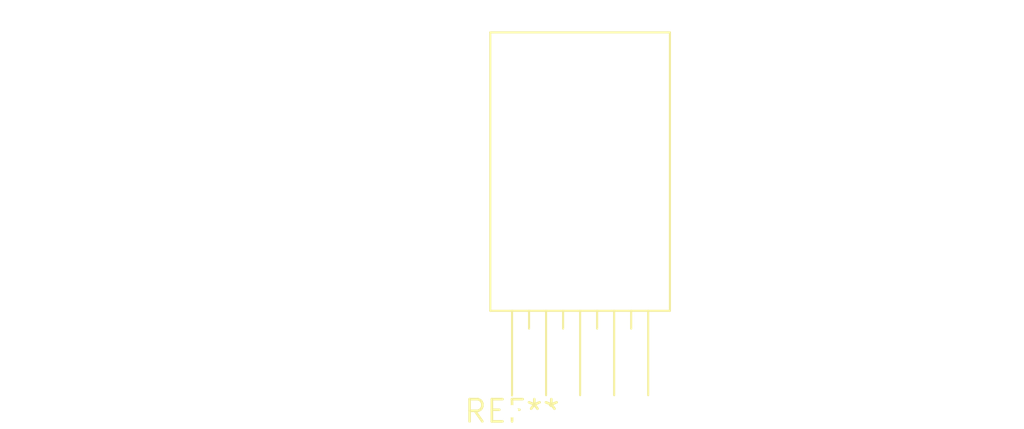
<source format=kicad_pcb>
(kicad_pcb (version 20240108) (generator pcbnew)
  (layers (0 "F.Cu" signal) (31 "B.Cu" signal) (34 "B.Paste" user) (35 "F.Paste" user) (36 "B.SilkS" user "B.Silkscreen") (37 "F.SilkS" user "F.Silkscreen") (38 "B.Mask" user) (39 "F.Mask" user) (44 "Edge.Cuts" user))
  (net 0 "")
  (footprint "TO-220-9_P1.94x3.8mm_StaggerOdd_Lead5.85mm_TabDown" (layer "F.Cu") (at 0 0)
    (property "Reference" "REF**")
    (property "Value" "TO-220-9_P1.94x3.8mm_StaggerOdd_Lead5.85mm_TabDown")
    (fp_line (start -1.241 -21.62) (end -1.241 -5.73) (layer "F.SilkS") (stroke (width 0.12)))
    (fp_line (start -1.241 -21.62) (end 9 -21.62) (layer "F.SilkS") (stroke (width 0.12)))
    (fp_line (start -1.241 -5.73) (end 9 -5.73) (layer "F.SilkS") (stroke (width 0.12)))
    (fp_line (start 0 -5.73) (end 0 -0.9) (layer "F.SilkS") (stroke (width 0.12)))
    (fp_line (start 0.97 -5.73) (end 0.97 -4.716) (layer "F.SilkS") (stroke (width 0.12)))
    (fp_line (start 1.94 -5.73) (end 1.94 -0.915) (layer "F.SilkS") (stroke (width 0.12)))
    (fp_line (start 2.91 -5.73) (end 2.91 -4.716) (layer "F.SilkS") (stroke (width 0.12)))
    (fp_line (start 3.88 -5.73) (end 3.88 -0.915) (layer "F.SilkS") (stroke (width 0.12)))
    (fp_line (start 4.85 -5.73) (end 4.85 -4.716) (layer "F.SilkS") (stroke (width 0.12)))
    (fp_line (start 5.82 -5.73) (end 5.82 -0.915) (layer "F.SilkS") (stroke (width 0.12)))
    (fp_line (start 6.79 -5.73) (end 6.79 -4.716) (layer "F.SilkS") (stroke (width 0.12)))
    (fp_line (start 7.76 -5.73) (end 7.76 -0.915) (layer "F.SilkS") (stroke (width 0.12)))
    (fp_line (start 9 -21.62) (end 9 -5.73) (layer "F.SilkS") (stroke (width 0.12)))
    (pad "" np_thru_hole oval (at 3.88 -18.7) (size 3.5 3.5) (drill 3.5) (layers *.Cu *.Mask))
    (pad "1" thru_hole rect (at 0 0) (size 1.5 1.5) (drill 0.7) (layers *.Cu *.Mask) (remove_unused_layers))
    (pad "2" thru_hole oval (at 0.97 -3.8) (size 1.5 1.5) (drill 0.7) (layers *.Cu *.Mask) (remove_unused_layers))
    (pad "3" thru_hole oval (at 1.94 0) (size 1.5 1.5) (drill 0.7) (layers *.Cu *.Mask) (remove_unused_layers))
    (pad "4" thru_hole oval (at 2.91 -3.8) (size 1.5 1.5) (drill 0.7) (layers *.Cu *.Mask) (remove_unused_layers))
    (pad "5" thru_hole oval (at 3.88 0) (size 1.5 1.5) (drill 0.7) (layers *.Cu *.Mask) (remove_unused_layers))
    (pad "6" thru_hole oval (at 4.85 -3.8) (size 1.5 1.5) (drill 0.7) (layers *.Cu *.Mask) (remove_unused_layers))
    (pad "7" thru_hole oval (at 5.82 0) (size 1.5 1.5) (drill 0.7) (layers *.Cu *.Mask) (remove_unused_layers))
    (pad "8" thru_hole oval (at 6.79 -3.8) (size 1.5 1.5) (drill 0.7) (layers *.Cu *.Mask) (remove_unused_layers))
    (pad "9" thru_hole oval (at 7.76 0) (size 1.5 1.5) (drill 0.7) (layers *.Cu *.Mask) (remove_unused_layers))
  )
)
</source>
